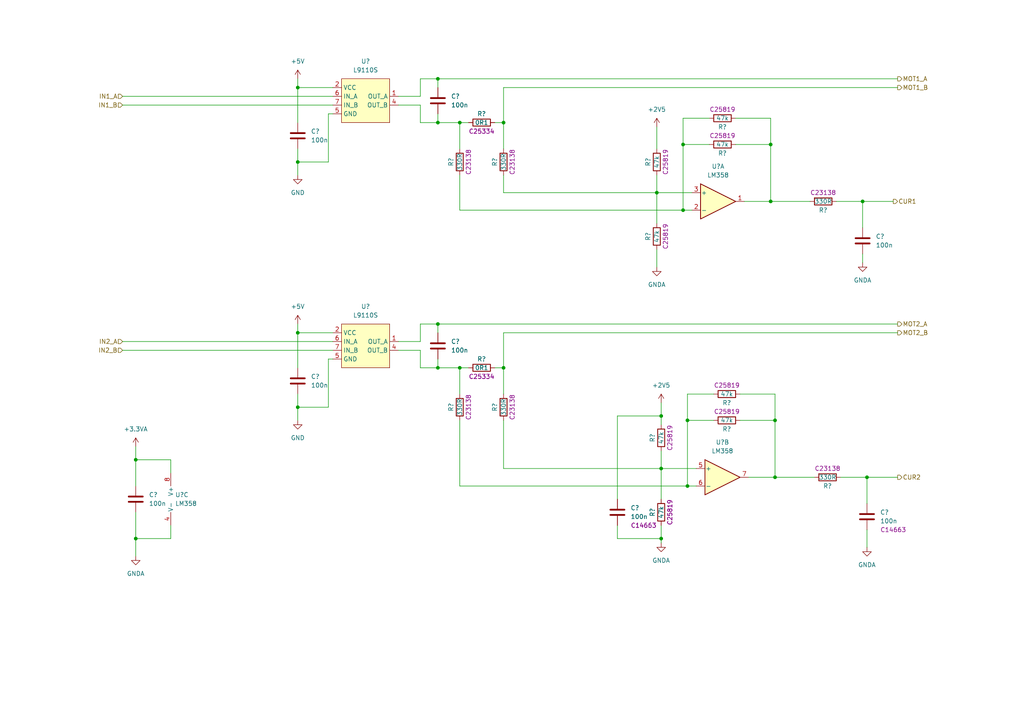
<source format=kicad_sch>
(kicad_sch (version 20211123) (generator eeschema)
  (paper "A4")
  (lib_symbols
    (symbol "Amplifier_Operational:LM358" (pin_names (offset 0.127))
      (property "Reference" "U" (at 0 5.08 0))
      (property "Value" "LM358" (at 0 -5.08 0))
      (symbol "LM358_1_1"
        (polyline (pts (xy -5.08 5.08) (xy 5.08 0) (xy -5.08 -5.08) (xy -5.08 5.08)) (stroke (width 0.254)) (fill (type background)))
        (pin output line (at 7.62 0 180) (length 2.54) (name "~") (number "1"))
        (pin input line (at -7.62 -2.54 0) (length 2.54) (name "-") (number "2"))
        (pin input line (at -7.62 2.54 0) (length 2.54) (name "+") (number "3"))
      )
      (symbol "LM358_2_1"
        (polyline (pts (xy -5.08 5.08) (xy 5.08 0) (xy -5.08 -5.08) (xy -5.08 5.08)) (stroke (width 0.254)) (fill (type background)))
        (pin input line (at -7.62 2.54 0) (length 2.54) (name "+") (number "5"))
        (pin input line (at -7.62 -2.54 0) (length 2.54) (name "-") (number "6"))
        (pin output line (at 7.62 0 180) (length 2.54) (name "~") (number "7"))
      )
      (symbol "LM358_3_1"
        (pin power_in line (at -2.54 -7.62 90) (length 3.81) (name "V-") (number "4"))
        (pin power_in line (at -2.54 7.62 270) (length 3.81) (name "V+") (number "8"))
      )
    )
    (symbol "Device:C" (pin_numbers hide) (pin_names (offset 0.254))
      (property "Reference" "C" (at 0.635 2.54 0))
      (property "Value" "C" (at 0.635 -2.54 0))
      (symbol "C_0_1"
        (polyline (pts (xy -2.032 -0.762) (xy 2.032 -0.762)) (stroke (width 0.508)))
        (polyline (pts (xy -2.032 0.762) (xy 2.032 0.762)) (stroke (width 0.508)))
      )
      (symbol "C_1_1"
        (pin passive line (at 0 3.81 270) (length 2.794) (name "~") (number "1"))
        (pin passive line (at 0 -3.81 90) (length 2.794) (name "~") (number "2"))
      )
    )
    (symbol "Device:R" (pin_numbers hide) (pin_names (offset 0))
      (property "Reference" "R" (at 2.032 0 90))
      (property "Value" "R" (at 0 0 90))
      (symbol "R_0_1"
        (rectangle (start -1.016 -2.54) (end 1.016 2.54) (stroke (width 0.254)))
      )
      (symbol "R_1_1"
        (pin passive line (at 0 3.81 270) (length 1.27) (name "~") (number "1"))
        (pin passive line (at 0 -3.81 90) (length 1.27) (name "~") (number "2"))
      )
    )
    (symbol "L9110S:L9110S"
      (property "Reference" "U" (at 0 7.62 0))
      (property "Value" "L9110S" (at 0 -7.62 0))
      (symbol "L9110S_0_1"
        (rectangle (start -6.35 6.35) (end 7.62 -6.35) (fill (type background)))
      )
      (symbol "L9110S_1_1"
        (pin output line (at 10.16 1.27 180) (length 2.54) (name "OUT_A") (number "1"))
        (pin power_in line (at -8.89 3.81 0) (length 2.54) (name "VCC") (number "2"))
        (pin power_in line (at -8.89 3.81 0) (length 2.54) hide (name "VCC") (number "3"))
        (pin output line (at 10.16 -1.27 180) (length 2.54) (name "OUT_B") (number "4"))
        (pin power_in line (at -8.89 -3.81 0) (length 2.54) (name "GND") (number "5"))
        (pin input line (at -8.89 1.27 0) (length 2.54) (name "IN_A") (number "6"))
        (pin input line (at -8.89 -1.27 0) (length 2.54) (name "IN_B") (number "7"))
        (pin power_in line (at -8.89 -3.81 0) (length 2.54) hide (name "GND") (number "8"))
      )
    )
    (symbol "power:+2V5" (power) (pin_names (offset 0))
      (property "Value" "+2V5" (at 0 3.556 0))
      (symbol "+2V5_0_1"
        (polyline (pts (xy -0.762 1.27) (xy 0 2.54)))
        (polyline (pts (xy 0 0) (xy 0 2.54)))
        (polyline (pts (xy 0 2.54) (xy 0.762 1.27)))
      )
      (symbol "+2V5_1_1"
        (pin power_in line (at 0 0 90) (length 0) hide (name "+2V5") (number "1"))
      )
    )
    (symbol "power:+3.3VA" (power) (pin_names (offset 0))
      (property "Value" "+3.3VA" (at 0 3.556 0))
      (symbol "+3.3VA_0_1"
        (polyline (pts (xy -0.762 1.27) (xy 0 2.54)))
        (polyline (pts (xy 0 0) (xy 0 2.54)))
        (polyline (pts (xy 0 2.54) (xy 0.762 1.27)))
      )
      (symbol "+3.3VA_1_1"
        (pin power_in line (at 0 0 90) (length 0) hide (name "+3.3VA") (number "1"))
      )
    )
    (symbol "power:+5V" (power) (pin_names (offset 0))
      (property "Value" "+5V" (at 0 3.556 0))
      (symbol "+5V_0_1"
        (polyline (pts (xy -0.762 1.27) (xy 0 2.54)))
        (polyline (pts (xy 0 0) (xy 0 2.54)))
        (polyline (pts (xy 0 2.54) (xy 0.762 1.27)))
      )
      (symbol "+5V_1_1"
        (pin power_in line (at 0 0 90) (length 0) hide (name "+5V") (number "1"))
      )
    )
    (symbol "power:GND" (power) (pin_names (offset 0))
      (property "Value" "GND" (at 0 -3.81 0))
      (symbol "GND_0_1"
        (polyline (pts (xy 0 0) (xy 0 -1.27) (xy 1.27 -1.27) (xy 0 -2.54) (xy -1.27 -1.27) (xy 0 -1.27)))
      )
      (symbol "GND_1_1"
        (pin power_in line (at 0 0 270) (length 0) hide (name "GND") (number "1"))
      )
    )
    (symbol "power:GNDA" (power) (pin_names (offset 0))
      (property "Value" "GNDA" (at 0 -3.81 0))
      (symbol "GNDA_0_1"
        (polyline (pts (xy 0 0) (xy 0 -1.27) (xy 1.27 -1.27) (xy 0 -2.54) (xy -1.27 -1.27) (xy 0 -1.27)))
      )
      (symbol "GNDA_1_1"
        (pin power_in line (at 0 0 270) (length 0) hide (name "GNDA") (number "1"))
      )
    )
  )
  (junction (at 223.52 41.91))
  (junction (at 86.36 96.52))
  (junction (at 86.36 25.4))
  (junction (at 190.5 55.88))
  (junction (at 86.36 118.11))
  (junction (at 191.77 135.89))
  (junction (at 224.79 138.43))
  (junction (at 146.05 106.68))
  (junction (at 198.12 60.96))
  (junction (at 224.79 121.92))
  (junction (at 250.19 58.42))
  (junction (at 127 22.86))
  (junction (at 251.46 138.43))
  (junction (at 39.37 156.21))
  (junction (at 146.05 35.56))
  (junction (at 199.39 121.92))
  (junction (at 127 93.98))
  (junction (at 133.35 106.68))
  (junction (at 198.12 41.91))
  (junction (at 191.77 156.21))
  (junction (at 127 35.56))
  (junction (at 191.77 120.65))
  (junction (at 199.39 140.97))
  (junction (at 133.35 35.56))
  (junction (at 127 106.68))
  (junction (at 86.36 46.99))
  (junction (at 223.52 58.42))
  (junction (at 39.37 133.35))
  (wire (pts (xy 121.92 101.6) (xy 121.92 106.68)))
  (wire (pts (xy 115.57 27.94) (xy 121.92 27.94)))
  (wire (pts (xy 198.12 41.91) (xy 205.74 41.91)))
  (wire (pts (xy 190.5 72.39) (xy 190.5 77.47)))
  (wire (pts (xy 39.37 148.59) (xy 39.37 156.21)))
  (wire (pts (xy 224.79 138.43) (xy 236.22 138.43)))
  (wire (pts (xy 146.05 106.68) (xy 146.05 96.52)))
  (wire (pts (xy 190.5 36.83) (xy 190.5 43.18)))
  (wire (pts (xy 224.79 121.92) (xy 224.79 138.43)))
  (wire (pts (xy 191.77 116.84) (xy 191.77 120.65)))
  (wire (pts (xy 251.46 138.43) (xy 251.46 146.05)))
  (wire (pts (xy 95.25 33.02) (xy 95.25 46.99)))
  (wire (pts (xy 214.63 121.92) (xy 224.79 121.92)))
  (wire (pts (xy 86.36 46.99) (xy 86.36 43.18)))
  (wire (pts (xy 146.05 135.89) (xy 191.77 135.89)))
  (wire (pts (xy 198.12 60.96) (xy 133.35 60.96)))
  (wire (pts (xy 223.52 34.29) (xy 223.52 41.91)))
  (wire (pts (xy 223.52 58.42) (xy 234.95 58.42)))
  (wire (pts (xy 146.05 35.56) (xy 146.05 43.18)))
  (wire (pts (xy 121.92 93.98) (xy 127 93.98)))
  (wire (pts (xy 198.12 60.96) (xy 200.66 60.96)))
  (wire (pts (xy 190.5 55.88) (xy 200.66 55.88)))
  (wire (pts (xy 146.05 121.92) (xy 146.05 135.89)))
  (wire (pts (xy 146.05 55.88) (xy 146.05 50.8)))
  (wire (pts (xy 199.39 121.92) (xy 199.39 114.3)))
  (wire (pts (xy 146.05 35.56) (xy 146.05 25.4)))
  (wire (pts (xy 199.39 140.97) (xy 201.93 140.97)))
  (wire (pts (xy 133.35 121.92) (xy 133.35 140.97)))
  (wire (pts (xy 191.77 152.4) (xy 191.77 156.21)))
  (wire (pts (xy 39.37 129.54) (xy 39.37 133.35)))
  (wire (pts (xy 213.36 41.91) (xy 223.52 41.91)))
  (wire (pts (xy 86.36 93.98) (xy 86.36 96.52)))
  (wire (pts (xy 127 35.56) (xy 133.35 35.56)))
  (wire (pts (xy 250.19 58.42) (xy 259.08 58.42)))
  (wire (pts (xy 95.25 104.14) (xy 95.25 118.11)))
  (wire (pts (xy 115.57 101.6) (xy 121.92 101.6)))
  (wire (pts (xy 121.92 22.86) (xy 127 22.86)))
  (wire (pts (xy 214.63 114.3) (xy 224.79 114.3)))
  (wire (pts (xy 199.39 121.92) (xy 207.01 121.92)))
  (wire (pts (xy 127 93.98) (xy 127 96.52)))
  (wire (pts (xy 35.56 101.6) (xy 96.52 101.6)))
  (wire (pts (xy 121.92 30.48) (xy 121.92 35.56)))
  (wire (pts (xy 198.12 60.96) (xy 198.12 41.91)))
  (wire (pts (xy 86.36 22.86) (xy 86.36 25.4)))
  (wire (pts (xy 127 22.86) (xy 127 25.4)))
  (wire (pts (xy 213.36 34.29) (xy 223.52 34.29)))
  (wire (pts (xy 39.37 156.21) (xy 49.53 156.21)))
  (wire (pts (xy 179.07 156.21) (xy 191.77 156.21)))
  (wire (pts (xy 127 93.98) (xy 260.35 93.98)))
  (wire (pts (xy 35.56 27.94) (xy 96.52 27.94)))
  (wire (pts (xy 127 22.86) (xy 260.35 22.86)))
  (wire (pts (xy 224.79 114.3) (xy 224.79 121.92)))
  (wire (pts (xy 251.46 138.43) (xy 260.35 138.43)))
  (wire (pts (xy 224.79 138.43) (xy 217.17 138.43)))
  (wire (pts (xy 223.52 58.42) (xy 215.9 58.42)))
  (wire (pts (xy 146.05 96.52) (xy 260.35 96.52)))
  (wire (pts (xy 115.57 99.06) (xy 121.92 99.06)))
  (wire (pts (xy 199.39 140.97) (xy 199.39 121.92)))
  (wire (pts (xy 198.12 41.91) (xy 198.12 34.29)))
  (wire (pts (xy 86.36 46.99) (xy 86.36 50.8)))
  (wire (pts (xy 121.92 106.68) (xy 127 106.68)))
  (wire (pts (xy 127 106.68) (xy 133.35 106.68)))
  (wire (pts (xy 250.19 58.42) (xy 250.19 66.04)))
  (wire (pts (xy 96.52 104.14) (xy 95.25 104.14)))
  (wire (pts (xy 35.56 99.06) (xy 96.52 99.06)))
  (wire (pts (xy 191.77 156.21) (xy 191.77 157.48)))
  (wire (pts (xy 35.56 30.48) (xy 96.52 30.48)))
  (wire (pts (xy 86.36 25.4) (xy 86.36 35.56)))
  (wire (pts (xy 143.51 106.68) (xy 146.05 106.68)))
  (wire (pts (xy 243.84 138.43) (xy 251.46 138.43)))
  (wire (pts (xy 133.35 35.56) (xy 135.89 35.56)))
  (wire (pts (xy 49.53 156.21) (xy 49.53 152.4)))
  (wire (pts (xy 198.12 34.29) (xy 205.74 34.29)))
  (wire (pts (xy 179.07 152.4) (xy 179.07 156.21)))
  (wire (pts (xy 199.39 114.3) (xy 207.01 114.3)))
  (wire (pts (xy 39.37 133.35) (xy 49.53 133.35)))
  (wire (pts (xy 39.37 133.35) (xy 39.37 140.97)))
  (wire (pts (xy 191.77 135.89) (xy 201.93 135.89)))
  (wire (pts (xy 121.92 99.06) (xy 121.92 93.98)))
  (wire (pts (xy 223.52 41.91) (xy 223.52 58.42)))
  (wire (pts (xy 133.35 106.68) (xy 133.35 114.3)))
  (wire (pts (xy 96.52 96.52) (xy 86.36 96.52)))
  (wire (pts (xy 95.25 118.11) (xy 86.36 118.11)))
  (wire (pts (xy 49.53 137.16) (xy 49.53 133.35)))
  (wire (pts (xy 179.07 120.65) (xy 191.77 120.65)))
  (wire (pts (xy 115.57 30.48) (xy 121.92 30.48)))
  (wire (pts (xy 96.52 25.4) (xy 86.36 25.4)))
  (wire (pts (xy 251.46 153.67) (xy 251.46 158.75)))
  (wire (pts (xy 190.5 55.88) (xy 190.5 64.77)))
  (wire (pts (xy 121.92 27.94) (xy 121.92 22.86)))
  (wire (pts (xy 127 104.14) (xy 127 106.68)))
  (wire (pts (xy 86.36 118.11) (xy 86.36 121.92)))
  (wire (pts (xy 146.05 55.88) (xy 190.5 55.88)))
  (wire (pts (xy 133.35 140.97) (xy 199.39 140.97)))
  (wire (pts (xy 95.25 46.99) (xy 86.36 46.99)))
  (wire (pts (xy 191.77 130.81) (xy 191.77 135.89)))
  (wire (pts (xy 250.19 73.66) (xy 250.19 76.2)))
  (wire (pts (xy 146.05 106.68) (xy 146.05 114.3)))
  (wire (pts (xy 127 33.02) (xy 127 35.56)))
  (wire (pts (xy 242.57 58.42) (xy 250.19 58.42)))
  (wire (pts (xy 86.36 118.11) (xy 86.36 114.3)))
  (wire (pts (xy 133.35 60.96) (xy 133.35 50.8)))
  (wire (pts (xy 143.51 35.56) (xy 146.05 35.56)))
  (wire (pts (xy 133.35 35.56) (xy 133.35 43.18)))
  (wire (pts (xy 133.35 106.68) (xy 135.89 106.68)))
  (wire (pts (xy 191.77 135.89) (xy 191.77 144.78)))
  (wire (pts (xy 86.36 96.52) (xy 86.36 106.68)))
  (wire (pts (xy 190.5 50.8) (xy 190.5 55.88)))
  (wire (pts (xy 121.92 35.56) (xy 127 35.56)))
  (wire (pts (xy 146.05 25.4) (xy 260.35 25.4)))
  (wire (pts (xy 179.07 144.78) (xy 179.07 120.65)))
  (wire (pts (xy 39.37 156.21) (xy 39.37 161.29)))
  (wire (pts (xy 191.77 120.65) (xy 191.77 123.19)))
  (wire (pts (xy 96.52 33.02) (xy 95.25 33.02)))
  (hierarchical_label "MOT2_B" (shape output) (at 260.35 96.52 0))
  (hierarchical_label "MOT1_A" (shape output) (at 260.35 22.86 0))
  (hierarchical_label "IN2_A" (shape input) (at 35.56 99.06 180))
  (hierarchical_label "MOT2_A" (shape output) (at 260.35 93.98 0))
  (hierarchical_label "CUR2" (shape output) (at 260.35 138.43 0))
  (hierarchical_label "IN1_B" (shape input) (at 35.56 30.48 180))
  (hierarchical_label "CUR1" (shape output) (at 259.08 58.42 0))
  (hierarchical_label "IN1_A" (shape input) (at 35.56 27.94 180))
  (hierarchical_label "IN2_B" (shape input) (at 35.56 101.6 180))
  (hierarchical_label "MOT1_B" (shape output) (at 260.35 25.4 0))
  (symbol (lib_id "L9110S:L9110S") (at 105.41 29.21 0) (unit 1)
    (property "Reference" "U?" (at 106.045 17.78 0))
    (property "Value" "L9110S" (at 106.045 20.32 0))
    (property "Footprint" "Package_SO:SO-8_3.9x4.9mm_P1.27mm" (effects hide))
    (property "Datasheet" "https://datasheet.lcsc.com/lcsc/2006181509_Mixic-L9110S_C513306.pdf" (effects hide))
    (property "JLCPCB" "C513306" (effects hide))
  )
  (symbol (lib_id "power:+2V5") (at 191.77 116.84 0) (unit 1)
    (property "Reference" "#PWR?" (effects hide))
    (property "Value" "+2V5" (at 191.77 111.76 0))
  )
  (symbol (lib_id "Device:R") (at 139.7 35.56 90) (unit 1)
    (property "Reference" "R?" (at 139.7 33.02 90))
    (property "Value" "0R1" (at 139.7 35.56 90))
    (property "Footprint" "Resistor_SMD:R_1206_3216Metric" (effects hide))
    (property "JLCPCB" "C25334" (at 139.7 38.1 90))
  )
  (symbol (lib_id "Device:R") (at 139.7 106.68 90) (unit 1)
    (property "Reference" "R?" (at 139.7 104.14 90))
    (property "Value" "0R1" (at 139.7 106.68 90))
    (property "Footprint" "Resistor_SMD:R_1206_3216Metric" (effects hide))
    (property "JLCPCB" "C25334" (at 139.7 109.22 90))
  )
  (symbol (lib_id "Amplifier_Operational:LM358") (at 208.28 58.42 0) (unit 1)
    (property "Reference" "U?" (at 208.28 48.26 0))
    (property "Value" "LM358" (at 208.28 50.8 0))
    (property "Datasheet" "http://www.ti.com/lit/ds/symlink/lm2904-n.pdf" (effects hide))
    (property "JLCPCB" "C351426" (effects hide))
  )
  (symbol (lib_id "Device:C") (at 39.37 144.78 0) (unit 1)
    (property "Reference" "C?" (at 43.18 143.5099 0) (effects (justify left)))
    (property "Value" "100n" (at 43.18 146.0499 0) (effects (justify left)))
    (property "Footprint" "Capacitor_SMD:C_0603_1608Metric" (effects hide))
    (property "JLCPCB" "C14663" (effects hide))
  )
  (symbol (lib_id "Device:R") (at 191.77 127 180) (unit 1)
    (property "Reference" "R?" (at 189.23 127 90))
    (property "Value" "47k" (at 191.77 127 90))
    (property "Footprint" "Resistor_SMD:R_0603_1608Metric" (effects hide))
    (property "JLCPCB" "C25819" (at 194.31 127 90))
  )
  (symbol (lib_id "Device:R") (at 240.03 138.43 270) (unit 1)
    (property "Reference" "R?" (at 240.03 140.97 90))
    (property "Value" "330R" (at 240.03 138.43 90))
    (property "Footprint" "Resistor_SMD:R_0603_1608Metric" (effects hide))
    (property "JLCPCB" "C23138" (at 240.03 135.89 90))
  )
  (symbol (lib_id "Amplifier_Operational:LM358") (at 52.07 144.78 0) (unit 3)
    (property "Reference" "U?" (at 50.8 143.5099 0) (effects (justify left)))
    (property "Value" "LM358" (at 50.8 146.0499 0) (effects (justify left)))
    (property "Datasheet" "http://www.ti.com/lit/ds/symlink/lm2904-n.pdf" (effects hide))
    (property "JLCPCB" "C351426" (effects hide))
  )
  (symbol (lib_id "power:GND") (at 86.36 121.92 0) (unit 1)
    (property "Reference" "#PWR?" (effects hide))
    (property "Value" "GND" (at 86.36 127 0))
  )
  (symbol (lib_id "Amplifier_Operational:LM358") (at 209.55 138.43 0) (unit 2)
    (property "Reference" "U?" (at 209.55 128.27 0))
    (property "Value" "LM358" (at 209.55 130.81 0))
    (property "Datasheet" "http://www.ti.com/lit/ds/symlink/lm2904-n.pdf" (effects hide))
    (property "JLCPCB" "C351426" (effects hide))
  )
  (symbol (lib_id "Device:R") (at 190.5 68.58 180) (unit 1)
    (property "Reference" "R?" (at 187.96 68.58 90))
    (property "Value" "47k" (at 190.5 68.58 90))
    (property "Footprint" "Resistor_SMD:R_0603_1608Metric" (effects hide))
    (property "JLCPCB" "C25819" (at 193.04 68.58 90))
  )
  (symbol (lib_id "power:GNDA") (at 250.19 76.2 0) (unit 1)
    (property "Reference" "#PWR?" (effects hide))
    (property "Value" "GNDA" (at 250.19 81.28 0))
  )
  (symbol (lib_id "power:+2V5") (at 190.5 36.83 0) (unit 1)
    (property "Reference" "#PWR?" (effects hide))
    (property "Value" "+2V5" (at 190.5 31.75 0))
  )
  (symbol (lib_id "Device:R") (at 210.82 121.92 270) (unit 1)
    (property "Reference" "R?" (at 210.82 124.46 90))
    (property "Value" "47k" (at 210.82 121.92 90))
    (property "Footprint" "Resistor_SMD:R_0603_1608Metric" (effects hide))
    (property "JLCPCB" "C25819" (at 210.82 119.38 90))
  )
  (symbol (lib_id "Device:C") (at 127 100.33 0) (unit 1)
    (property "Reference" "C?" (at 130.81 99.0599 0) (effects (justify left)))
    (property "Value" "100n" (at 130.81 101.5999 0) (effects (justify left)))
    (property "Footprint" "Capacitor_SMD:C_0603_1608Metric" (effects hide))
    (property "JLCPCB" "C14663" (effects hide))
  )
  (symbol (lib_id "Device:C") (at 86.36 110.49 0) (unit 1)
    (property "Reference" "C?" (at 90.17 109.2199 0) (effects (justify left)))
    (property "Value" "100n" (at 90.17 111.7599 0) (effects (justify left)))
    (property "Footprint" "Capacitor_SMD:C_0603_1608Metric" (effects hide))
    (property "JLCPCB" "C14663" (effects hide))
  )
  (symbol (lib_id "power:+5V") (at 86.36 93.98 0) (unit 1)
    (property "Reference" "#PWR?" (effects hide))
    (property "Value" "+5V" (at 86.36 88.9 0))
  )
  (symbol (lib_id "Device:R") (at 133.35 118.11 180) (unit 1)
    (property "Reference" "R?" (at 130.81 118.11 90))
    (property "Value" "330R" (at 133.35 118.11 90))
    (property "Footprint" "Resistor_SMD:R_0603_1608Metric" (effects hide))
    (property "JLCPCB" "C23138" (at 135.89 118.11 90))
  )
  (symbol (lib_id "Device:R") (at 191.77 148.59 180) (unit 1)
    (property "Reference" "R?" (at 189.23 148.59 90))
    (property "Value" "47k" (at 191.77 148.59 90))
    (property "Footprint" "Resistor_SMD:R_0603_1608Metric" (effects hide))
    (property "JLCPCB" "C25819" (at 194.31 148.59 90))
  )
  (symbol (lib_id "L9110S:L9110S") (at 105.41 100.33 0) (unit 1)
    (property "Reference" "U?" (at 106.045 88.9 0))
    (property "Value" "L9110S" (at 106.045 91.44 0))
    (property "Footprint" "Package_SO:SO-8_3.9x4.9mm_P1.27mm" (effects hide))
    (property "Datasheet" "https://datasheet.lcsc.com/lcsc/2006181509_Mixic-L9110S_C513306.pdf" (effects hide))
    (property "JLCPCB" "C513306" (effects hide))
  )
  (symbol (lib_id "Device:C") (at 127 29.21 0) (unit 1)
    (property "Reference" "C?" (at 130.81 27.9399 0) (effects (justify left)))
    (property "Value" "100n" (at 130.81 30.4799 0) (effects (justify left)))
    (property "Footprint" "Capacitor_SMD:C_0603_1608Metric" (effects hide))
    (property "JLCPCB" "C14663" (effects hide))
  )
  (symbol (lib_id "Device:R") (at 146.05 46.99 180) (unit 1)
    (property "Reference" "R?" (at 143.51 46.99 90))
    (property "Value" "330R" (at 146.05 46.99 90))
    (property "Footprint" "Resistor_SMD:R_0603_1608Metric" (effects hide))
    (property "JLCPCB" "C23138" (at 148.59 46.99 90))
  )
  (symbol (lib_id "power:+3.3VA") (at 39.37 129.54 0) (unit 1)
    (property "Reference" "#PWR?" (effects hide))
    (property "Value" "+3.3VA" (at 39.37 124.46 0))
  )
  (symbol (lib_id "Device:C") (at 86.36 39.37 0) (unit 1)
    (property "Reference" "C?" (at 90.17 38.0999 0) (effects (justify left)))
    (property "Value" "100n" (at 90.17 40.6399 0) (effects (justify left)))
    (property "Footprint" "Capacitor_SMD:C_0603_1608Metric" (effects hide))
    (property "JLCPCB" "C14663" (effects hide))
  )
  (symbol (lib_id "Device:R") (at 190.5 46.99 180) (unit 1)
    (property "Reference" "R?" (at 187.96 46.99 90))
    (property "Value" "47k" (at 190.5 46.99 90))
    (property "Footprint" "Resistor_SMD:R_0603_1608Metric" (effects hide))
    (property "JLCPCB" "C25819" (at 193.04 46.99 90))
  )
  (symbol (lib_id "power:GNDA") (at 191.77 157.48 0) (unit 1)
    (property "Reference" "#PWR?" (effects hide))
    (property "Value" "GNDA" (at 191.77 162.56 0))
  )
  (symbol (lib_id "power:GNDA") (at 39.37 161.29 0) (unit 1)
    (property "Reference" "#PWR?" (effects hide))
    (property "Value" "GNDA" (at 39.37 166.37 0))
  )
  (symbol (lib_id "Device:C") (at 179.07 148.59 0) (unit 1)
    (property "Reference" "C?" (at 182.88 147.3199 0) (effects (justify left)))
    (property "Value" "100n" (at 182.88 149.8599 0) (effects (justify left)))
    (property "Footprint" "Capacitor_SMD:C_0603_1608Metric" (effects hide))
    (property "JLCPCB" "C14663" (at 186.69 152.4 0))
  )
  (symbol (lib_id "Device:R") (at 238.76 58.42 270) (unit 1)
    (property "Reference" "R?" (at 238.76 60.96 90))
    (property "Value" "330R" (at 238.76 58.42 90))
    (property "Footprint" "Resistor_SMD:R_0603_1608Metric" (effects hide))
    (property "JLCPCB" "C23138" (at 238.76 55.88 90))
  )
  (symbol (lib_id "Device:R") (at 209.55 41.91 270) (unit 1)
    (property "Reference" "R?" (at 209.55 44.45 90))
    (property "Value" "47k" (at 209.55 41.91 90))
    (property "Footprint" "Resistor_SMD:R_0603_1608Metric" (effects hide))
    (property "JLCPCB" "C25819" (at 209.55 39.37 90))
  )
  (symbol (lib_id "Device:R") (at 210.82 114.3 270) (unit 1)
    (property "Reference" "R?" (at 210.82 116.84 90))
    (property "Value" "47k" (at 210.82 114.3 90))
    (property "Footprint" "Resistor_SMD:R_0603_1608Metric" (effects hide))
    (property "JLCPCB" "C25819" (at 210.82 111.76 90))
  )
  (symbol (lib_id "Device:R") (at 146.05 118.11 180) (unit 1)
    (property "Reference" "R?" (at 143.51 118.11 90))
    (property "Value" "330R" (at 146.05 118.11 90))
    (property "Footprint" "Resistor_SMD:R_0603_1608Metric" (effects hide))
    (property "JLCPCB" "C23138" (at 148.59 118.11 90))
  )
  (symbol (lib_id "Device:C") (at 250.19 69.85 0) (unit 1)
    (property "Reference" "C?" (at 254 68.5799 0) (effects (justify left)))
    (property "Value" "100n" (at 254 71.1199 0) (effects (justify left)))
    (property "Footprint" "Capacitor_SMD:C_0603_1608Metric" (effects hide))
    (property "JLCPCB" "C14663" (effects hide))
  )
  (symbol (lib_id "Device:C") (at 251.46 149.86 0) (unit 1)
    (property "Reference" "C?" (at 255.27 148.5899 0) (effects (justify left)))
    (property "Value" "100n" (at 255.27 151.1299 0) (effects (justify left)))
    (property "Footprint" "Capacitor_SMD:C_0603_1608Metric" (effects hide))
    (property "JLCPCB" "C14663" (at 259.08 153.67 0))
  )
  (symbol (lib_id "power:GNDA") (at 190.5 77.47 0) (unit 1)
    (property "Reference" "#PWR?" (effects hide))
    (property "Value" "GNDA" (at 190.5 82.55 0))
  )
  (symbol (lib_id "Device:R") (at 133.35 46.99 180) (unit 1)
    (property "Reference" "R?" (at 130.81 46.99 90))
    (property "Value" "330R" (at 133.35 46.99 90))
    (property "Footprint" "Resistor_SMD:R_0603_1608Metric" (effects hide))
    (property "JLCPCB" "C23138" (at 135.89 46.99 90))
  )
  (symbol (lib_id "power:+5V") (at 86.36 22.86 0) (unit 1)
    (property "Reference" "#PWR?" (effects hide))
    (property "Value" "+5V" (at 86.36 17.78 0))
  )
  (symbol (lib_id "Device:R") (at 209.55 34.29 270) (unit 1)
    (property "Reference" "R?" (at 209.55 36.83 90))
    (property "Value" "47k" (at 209.55 34.29 90))
    (property "Footprint" "Resistor_SMD:R_0603_1608Metric" (effects hide))
    (property "JLCPCB" "C25819" (at 209.55 31.75 90))
  )
  (symbol (lib_id "power:GNDA") (at 251.46 158.75 0) (unit 1)
    (property "Reference" "#PWR?" (effects hide))
    (property "Value" "GNDA" (at 251.46 163.83 0))
  )
  (symbol (lib_id "power:GND") (at 86.36 50.8 0) (unit 1)
    (property "Reference" "#PWR?" (effects hide))
    (property "Value" "GND" (at 86.36 55.88 0))
  )
)
</source>
